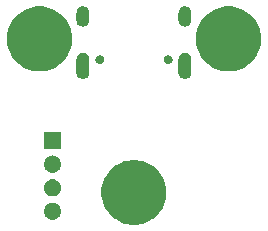
<source format=gbs>
G04 #@! TF.GenerationSoftware,KiCad,Pcbnew,(5.1.2)-1*
G04 #@! TF.CreationDate,2019-07-01T01:58:11-07:00*
G04 #@! TF.ProjectId,daughterboard,64617567-6874-4657-9262-6f6172642e6b,rev?*
G04 #@! TF.SameCoordinates,Original*
G04 #@! TF.FileFunction,Soldermask,Bot*
G04 #@! TF.FilePolarity,Negative*
%FSLAX46Y46*%
G04 Gerber Fmt 4.6, Leading zero omitted, Abs format (unit mm)*
G04 Created by KiCad (PCBNEW (5.1.2)-1) date 2019-07-01 01:58:11*
%MOMM*%
%LPD*%
G04 APERTURE LIST*
%ADD10C,0.100000*%
G04 APERTURE END LIST*
D10*
G36*
X11536694Y-13301860D02*
G01*
X11802437Y-13354719D01*
X12303087Y-13562095D01*
X12483561Y-13682684D01*
X12753660Y-13863158D01*
X13136842Y-14246340D01*
X13317316Y-14516439D01*
X13437905Y-14696913D01*
X13645281Y-15197563D01*
X13645281Y-15197564D01*
X13751000Y-15729049D01*
X13751000Y-16270951D01*
X13715186Y-16451000D01*
X13645281Y-16802437D01*
X13437905Y-17303087D01*
X13381521Y-17387471D01*
X13136842Y-17753660D01*
X12753660Y-18136842D01*
X12548416Y-18273981D01*
X12303087Y-18437905D01*
X11802437Y-18645281D01*
X11536693Y-18698141D01*
X11270951Y-18751000D01*
X10729049Y-18751000D01*
X10463307Y-18698141D01*
X10197563Y-18645281D01*
X9696913Y-18437905D01*
X9451584Y-18273981D01*
X9246340Y-18136842D01*
X8863158Y-17753660D01*
X8618479Y-17387471D01*
X8562095Y-17303087D01*
X8354719Y-16802437D01*
X8284814Y-16451000D01*
X8249000Y-16270951D01*
X8249000Y-15729049D01*
X8354719Y-15197564D01*
X8354719Y-15197563D01*
X8562095Y-14696913D01*
X8682684Y-14516439D01*
X8863158Y-14246340D01*
X9246340Y-13863158D01*
X9516439Y-13682684D01*
X9696913Y-13562095D01*
X10197563Y-13354719D01*
X10463306Y-13301860D01*
X10729049Y-13249000D01*
X11270951Y-13249000D01*
X11536694Y-13301860D01*
X11536694Y-13301860D01*
G37*
G36*
X4171213Y-16877502D02*
G01*
X4242321Y-16884505D01*
X4379172Y-16926019D01*
X4379175Y-16926020D01*
X4505294Y-16993432D01*
X4615843Y-17084157D01*
X4706568Y-17194706D01*
X4773980Y-17320825D01*
X4773981Y-17320828D01*
X4815495Y-17457679D01*
X4829512Y-17600000D01*
X4815495Y-17742321D01*
X4773981Y-17879172D01*
X4773980Y-17879175D01*
X4706568Y-18005294D01*
X4615843Y-18115843D01*
X4505294Y-18206568D01*
X4379175Y-18273980D01*
X4379172Y-18273981D01*
X4242321Y-18315495D01*
X4171213Y-18322498D01*
X4135660Y-18326000D01*
X4064340Y-18326000D01*
X4028787Y-18322498D01*
X3957679Y-18315495D01*
X3820828Y-18273981D01*
X3820825Y-18273980D01*
X3694706Y-18206568D01*
X3584157Y-18115843D01*
X3493432Y-18005294D01*
X3426020Y-17879175D01*
X3426019Y-17879172D01*
X3384505Y-17742321D01*
X3370488Y-17600000D01*
X3384505Y-17457679D01*
X3426019Y-17320828D01*
X3426020Y-17320825D01*
X3493432Y-17194706D01*
X3584157Y-17084157D01*
X3694706Y-16993432D01*
X3820825Y-16926020D01*
X3820828Y-16926019D01*
X3957679Y-16884505D01*
X4028787Y-16877502D01*
X4064340Y-16874000D01*
X4135660Y-16874000D01*
X4171213Y-16877502D01*
X4171213Y-16877502D01*
G37*
G36*
X4171213Y-14877502D02*
G01*
X4242321Y-14884505D01*
X4379172Y-14926019D01*
X4379175Y-14926020D01*
X4505294Y-14993432D01*
X4615843Y-15084157D01*
X4706568Y-15194706D01*
X4773980Y-15320825D01*
X4773981Y-15320828D01*
X4815495Y-15457679D01*
X4829512Y-15600000D01*
X4815495Y-15742321D01*
X4802132Y-15786371D01*
X4773980Y-15879175D01*
X4706568Y-16005294D01*
X4615843Y-16115843D01*
X4505294Y-16206568D01*
X4379175Y-16273980D01*
X4379172Y-16273981D01*
X4242321Y-16315495D01*
X4171213Y-16322498D01*
X4135660Y-16326000D01*
X4064340Y-16326000D01*
X4028787Y-16322498D01*
X3957679Y-16315495D01*
X3820828Y-16273981D01*
X3820825Y-16273980D01*
X3694706Y-16206568D01*
X3584157Y-16115843D01*
X3493432Y-16005294D01*
X3426020Y-15879175D01*
X3397868Y-15786371D01*
X3384505Y-15742321D01*
X3370488Y-15600000D01*
X3384505Y-15457679D01*
X3426019Y-15320828D01*
X3426020Y-15320825D01*
X3493432Y-15194706D01*
X3584157Y-15084157D01*
X3694706Y-14993432D01*
X3820825Y-14926020D01*
X3820828Y-14926019D01*
X3957679Y-14884505D01*
X4028787Y-14877502D01*
X4064340Y-14874000D01*
X4135660Y-14874000D01*
X4171213Y-14877502D01*
X4171213Y-14877502D01*
G37*
G36*
X4171213Y-12877502D02*
G01*
X4242321Y-12884505D01*
X4379172Y-12926019D01*
X4379175Y-12926020D01*
X4505294Y-12993432D01*
X4615843Y-13084157D01*
X4706568Y-13194706D01*
X4773980Y-13320825D01*
X4773981Y-13320828D01*
X4815495Y-13457679D01*
X4829512Y-13600000D01*
X4815495Y-13742321D01*
X4773981Y-13879172D01*
X4773980Y-13879175D01*
X4706568Y-14005294D01*
X4615843Y-14115843D01*
X4505294Y-14206568D01*
X4379175Y-14273980D01*
X4379172Y-14273981D01*
X4242321Y-14315495D01*
X4171213Y-14322498D01*
X4135660Y-14326000D01*
X4064340Y-14326000D01*
X4028787Y-14322498D01*
X3957679Y-14315495D01*
X3820828Y-14273981D01*
X3820825Y-14273980D01*
X3694706Y-14206568D01*
X3584157Y-14115843D01*
X3493432Y-14005294D01*
X3426020Y-13879175D01*
X3426019Y-13879172D01*
X3384505Y-13742321D01*
X3370488Y-13600000D01*
X3384505Y-13457679D01*
X3426019Y-13320828D01*
X3426020Y-13320825D01*
X3493432Y-13194706D01*
X3584157Y-13084157D01*
X3694706Y-12993432D01*
X3820825Y-12926020D01*
X3820828Y-12926019D01*
X3957679Y-12884505D01*
X4028787Y-12877502D01*
X4064340Y-12874000D01*
X4135660Y-12874000D01*
X4171213Y-12877502D01*
X4171213Y-12877502D01*
G37*
G36*
X4826000Y-12326000D02*
G01*
X3374000Y-12326000D01*
X3374000Y-10874000D01*
X4826000Y-10874000D01*
X4826000Y-12326000D01*
X4826000Y-12326000D01*
G37*
G36*
X15428015Y-4186973D02*
G01*
X15531879Y-4218479D01*
X15559055Y-4233005D01*
X15627600Y-4269643D01*
X15711501Y-4338499D01*
X15780357Y-4422400D01*
X15799354Y-4457942D01*
X15831521Y-4518121D01*
X15863027Y-4621985D01*
X15871000Y-4702933D01*
X15871000Y-5857067D01*
X15863027Y-5938015D01*
X15831521Y-6041879D01*
X15780356Y-6137600D01*
X15711501Y-6221501D01*
X15642645Y-6278009D01*
X15627599Y-6290357D01*
X15575907Y-6317987D01*
X15531878Y-6341521D01*
X15428014Y-6373027D01*
X15320000Y-6383666D01*
X15211985Y-6373027D01*
X15108121Y-6341521D01*
X15064093Y-6317987D01*
X15012401Y-6290357D01*
X14999643Y-6279887D01*
X14928499Y-6221501D01*
X14859644Y-6137600D01*
X14808479Y-6041878D01*
X14776973Y-5938014D01*
X14769000Y-5857066D01*
X14769001Y-4702933D01*
X14776974Y-4621985D01*
X14808480Y-4518121D01*
X14840647Y-4457942D01*
X14859644Y-4422400D01*
X14928500Y-4338499D01*
X15012401Y-4269643D01*
X15080946Y-4233005D01*
X15108122Y-4218479D01*
X15211986Y-4186973D01*
X15320000Y-4176334D01*
X15428015Y-4186973D01*
X15428015Y-4186973D01*
G37*
G36*
X6788015Y-4186973D02*
G01*
X6891879Y-4218479D01*
X6919055Y-4233005D01*
X6987600Y-4269643D01*
X7071501Y-4338499D01*
X7140357Y-4422400D01*
X7159354Y-4457942D01*
X7191521Y-4518121D01*
X7223027Y-4621985D01*
X7231000Y-4702933D01*
X7231000Y-5857067D01*
X7223027Y-5938015D01*
X7191521Y-6041879D01*
X7140356Y-6137600D01*
X7071501Y-6221501D01*
X7002645Y-6278009D01*
X6987599Y-6290357D01*
X6935907Y-6317987D01*
X6891878Y-6341521D01*
X6788014Y-6373027D01*
X6680000Y-6383666D01*
X6571985Y-6373027D01*
X6468121Y-6341521D01*
X6424093Y-6317987D01*
X6372401Y-6290357D01*
X6359643Y-6279887D01*
X6288499Y-6221501D01*
X6219644Y-6137600D01*
X6168479Y-6041878D01*
X6136973Y-5938014D01*
X6129000Y-5857066D01*
X6129001Y-4702933D01*
X6136974Y-4621985D01*
X6168480Y-4518121D01*
X6200647Y-4457942D01*
X6219644Y-4422400D01*
X6288500Y-4338499D01*
X6372401Y-4269643D01*
X6440946Y-4233005D01*
X6468122Y-4218479D01*
X6571986Y-4186973D01*
X6680000Y-4176334D01*
X6788015Y-4186973D01*
X6788015Y-4186973D01*
G37*
G36*
X19469425Y-288479D02*
G01*
X19802437Y-354719D01*
X20303087Y-562095D01*
X20483561Y-682684D01*
X20753660Y-863158D01*
X21136842Y-1246340D01*
X21311685Y-1508012D01*
X21437905Y-1696913D01*
X21571363Y-2019109D01*
X21645281Y-2197564D01*
X21751000Y-2729049D01*
X21751000Y-3270951D01*
X21715186Y-3451000D01*
X21645281Y-3802437D01*
X21437905Y-4303087D01*
X21380867Y-4388450D01*
X21136842Y-4753660D01*
X20753660Y-5136842D01*
X20490774Y-5312496D01*
X20303087Y-5437905D01*
X19802437Y-5645281D01*
X19536694Y-5698140D01*
X19270951Y-5751000D01*
X18729049Y-5751000D01*
X18463306Y-5698140D01*
X18197563Y-5645281D01*
X17696913Y-5437905D01*
X17509226Y-5312496D01*
X17246340Y-5136842D01*
X16863158Y-4753660D01*
X16619133Y-4388450D01*
X16562095Y-4303087D01*
X16354719Y-3802437D01*
X16284814Y-3451000D01*
X16249000Y-3270951D01*
X16249000Y-2729049D01*
X16354719Y-2197564D01*
X16428637Y-2019109D01*
X16562095Y-1696913D01*
X16688315Y-1508012D01*
X16863158Y-1246340D01*
X17246340Y-863158D01*
X17516439Y-682684D01*
X17696913Y-562095D01*
X18197563Y-354719D01*
X18530575Y-288479D01*
X18729049Y-249000D01*
X19270951Y-249000D01*
X19469425Y-288479D01*
X19469425Y-288479D01*
G37*
G36*
X3469425Y-288479D02*
G01*
X3802437Y-354719D01*
X4303087Y-562095D01*
X4483561Y-682684D01*
X4753660Y-863158D01*
X5136842Y-1246340D01*
X5311685Y-1508012D01*
X5437905Y-1696913D01*
X5571363Y-2019109D01*
X5645281Y-2197564D01*
X5751000Y-2729049D01*
X5751000Y-3270951D01*
X5715186Y-3451000D01*
X5645281Y-3802437D01*
X5437905Y-4303087D01*
X5380867Y-4388450D01*
X5136842Y-4753660D01*
X4753660Y-5136842D01*
X4490774Y-5312496D01*
X4303087Y-5437905D01*
X3802437Y-5645281D01*
X3536694Y-5698140D01*
X3270951Y-5751000D01*
X2729049Y-5751000D01*
X2463306Y-5698140D01*
X2197563Y-5645281D01*
X1696913Y-5437905D01*
X1509226Y-5312496D01*
X1246340Y-5136842D01*
X863158Y-4753660D01*
X619133Y-4388450D01*
X562095Y-4303087D01*
X354719Y-3802437D01*
X284814Y-3451000D01*
X249000Y-3270951D01*
X249000Y-2729049D01*
X354719Y-2197564D01*
X428637Y-2019109D01*
X562095Y-1696913D01*
X688315Y-1508012D01*
X863158Y-1246340D01*
X1246340Y-863158D01*
X1516439Y-682684D01*
X1696913Y-562095D01*
X2197563Y-354719D01*
X2530575Y-288479D01*
X2729049Y-249000D01*
X3270951Y-249000D01*
X3469425Y-288479D01*
X3469425Y-288479D01*
G37*
G36*
X13999672Y-4388449D02*
G01*
X13999674Y-4388450D01*
X13999675Y-4388450D01*
X14068103Y-4416793D01*
X14129686Y-4457942D01*
X14182058Y-4510314D01*
X14223207Y-4571897D01*
X14251550Y-4640325D01*
X14251551Y-4640328D01*
X14266000Y-4712966D01*
X14266000Y-4787034D01*
X14257143Y-4831562D01*
X14251550Y-4859675D01*
X14223207Y-4928103D01*
X14182058Y-4989686D01*
X14129686Y-5042058D01*
X14068103Y-5083207D01*
X13999675Y-5111550D01*
X13999674Y-5111550D01*
X13999672Y-5111551D01*
X13927034Y-5126000D01*
X13852966Y-5126000D01*
X13780328Y-5111551D01*
X13780326Y-5111550D01*
X13780325Y-5111550D01*
X13711897Y-5083207D01*
X13650314Y-5042058D01*
X13597942Y-4989686D01*
X13556793Y-4928103D01*
X13528450Y-4859675D01*
X13522858Y-4831562D01*
X13514000Y-4787034D01*
X13514000Y-4712966D01*
X13528449Y-4640328D01*
X13528450Y-4640325D01*
X13556793Y-4571897D01*
X13597942Y-4510314D01*
X13650314Y-4457942D01*
X13711897Y-4416793D01*
X13780325Y-4388450D01*
X13780326Y-4388450D01*
X13780328Y-4388449D01*
X13852966Y-4374000D01*
X13927034Y-4374000D01*
X13999672Y-4388449D01*
X13999672Y-4388449D01*
G37*
G36*
X8219672Y-4388449D02*
G01*
X8219674Y-4388450D01*
X8219675Y-4388450D01*
X8288103Y-4416793D01*
X8349686Y-4457942D01*
X8402058Y-4510314D01*
X8443207Y-4571897D01*
X8471550Y-4640325D01*
X8471551Y-4640328D01*
X8486000Y-4712966D01*
X8486000Y-4787034D01*
X8477143Y-4831562D01*
X8471550Y-4859675D01*
X8443207Y-4928103D01*
X8402058Y-4989686D01*
X8349686Y-5042058D01*
X8288103Y-5083207D01*
X8219675Y-5111550D01*
X8219674Y-5111550D01*
X8219672Y-5111551D01*
X8147034Y-5126000D01*
X8072966Y-5126000D01*
X8000328Y-5111551D01*
X8000326Y-5111550D01*
X8000325Y-5111550D01*
X7931897Y-5083207D01*
X7870314Y-5042058D01*
X7817942Y-4989686D01*
X7776793Y-4928103D01*
X7748450Y-4859675D01*
X7742858Y-4831562D01*
X7734000Y-4787034D01*
X7734000Y-4712966D01*
X7748449Y-4640328D01*
X7748450Y-4640325D01*
X7776793Y-4571897D01*
X7817942Y-4510314D01*
X7870314Y-4457942D01*
X7931897Y-4416793D01*
X8000325Y-4388450D01*
X8000326Y-4388450D01*
X8000328Y-4388449D01*
X8072966Y-4374000D01*
X8147034Y-4374000D01*
X8219672Y-4388449D01*
X8219672Y-4388449D01*
G37*
G36*
X6788015Y-256973D02*
G01*
X6891879Y-288479D01*
X6919055Y-303005D01*
X6987600Y-339643D01*
X7071501Y-408499D01*
X7140357Y-492400D01*
X7176995Y-560945D01*
X7191521Y-588121D01*
X7223027Y-691985D01*
X7231000Y-772933D01*
X7231000Y-1427067D01*
X7223027Y-1508015D01*
X7191521Y-1611879D01*
X7167987Y-1655907D01*
X7146069Y-1696913D01*
X7140356Y-1707600D01*
X7071501Y-1791501D01*
X7002645Y-1848009D01*
X6987599Y-1860357D01*
X6935907Y-1887987D01*
X6891878Y-1911521D01*
X6788014Y-1943027D01*
X6680000Y-1953666D01*
X6571985Y-1943027D01*
X6468121Y-1911521D01*
X6424093Y-1887987D01*
X6372401Y-1860357D01*
X6359643Y-1849887D01*
X6288499Y-1791501D01*
X6219644Y-1707600D01*
X6213932Y-1696913D01*
X6168827Y-1612529D01*
X6168479Y-1611878D01*
X6136973Y-1508014D01*
X6129000Y-1427066D01*
X6129000Y-772933D01*
X6136973Y-691985D01*
X6168480Y-588121D01*
X6182391Y-562095D01*
X6219645Y-492399D01*
X6288500Y-408499D01*
X6372401Y-339643D01*
X6440946Y-303005D01*
X6468122Y-288479D01*
X6571986Y-256973D01*
X6680000Y-246334D01*
X6788015Y-256973D01*
X6788015Y-256973D01*
G37*
G36*
X15428015Y-256973D02*
G01*
X15531879Y-288479D01*
X15559055Y-303005D01*
X15627600Y-339643D01*
X15711501Y-408499D01*
X15780357Y-492400D01*
X15816995Y-560945D01*
X15831521Y-588121D01*
X15863027Y-691985D01*
X15871000Y-772933D01*
X15871000Y-1427067D01*
X15863027Y-1508015D01*
X15831521Y-1611879D01*
X15807987Y-1655907D01*
X15786069Y-1696913D01*
X15780356Y-1707600D01*
X15711501Y-1791501D01*
X15642645Y-1848009D01*
X15627599Y-1860357D01*
X15575907Y-1887987D01*
X15531878Y-1911521D01*
X15428014Y-1943027D01*
X15320000Y-1953666D01*
X15211985Y-1943027D01*
X15108121Y-1911521D01*
X15064093Y-1887987D01*
X15012401Y-1860357D01*
X14999643Y-1849887D01*
X14928499Y-1791501D01*
X14859644Y-1707600D01*
X14853932Y-1696913D01*
X14808827Y-1612529D01*
X14808479Y-1611878D01*
X14776973Y-1508014D01*
X14769000Y-1427066D01*
X14769000Y-772933D01*
X14776973Y-691985D01*
X14808480Y-588121D01*
X14822391Y-562095D01*
X14859645Y-492399D01*
X14928500Y-408499D01*
X15012401Y-339643D01*
X15080946Y-303005D01*
X15108122Y-288479D01*
X15211986Y-256973D01*
X15320000Y-246334D01*
X15428015Y-256973D01*
X15428015Y-256973D01*
G37*
M02*

</source>
